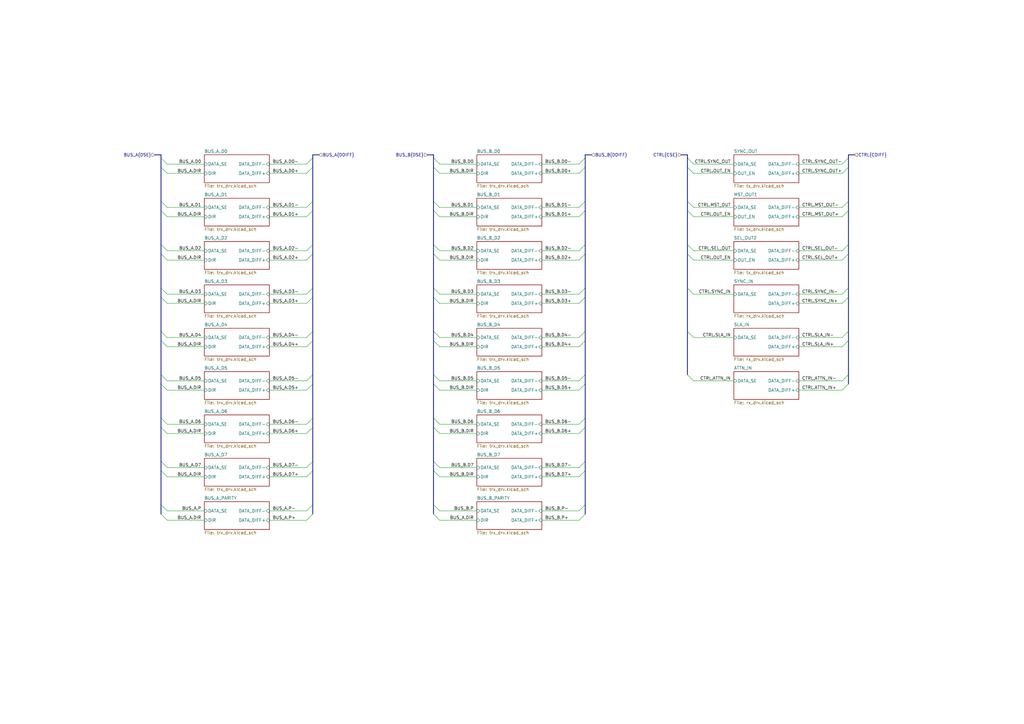
<source format=kicad_sch>
(kicad_sch (version 20230121) (generator eeschema)
  (paper "A3")
  (lib_symbols)
  (bus_alias "CDIFF" (members "SYNC_OUT+" "SYNC_OUT-" "MST_OUT+" "MST_OUT-" "SEL_OUT+" "SEL_OUT-" "SYNC_IN+" "SYNC_IN-" "SLA_IN+" "SLA_IN-" "ATTN_IN+" "ATTN_IN-"))
  (bus_alias "CSE" (members "SYNC_OUT" "MST_OUT" "SEL_OUT" "SYNC_IN" "SLA_IN" "ATTN_IN" "OUT_EN"))
  (bus_alias "DDIFF" (members "D0+" "D0-" "D1+" "D1-" "D2+" "D2-" "D3+" "D3-" "D4+" "D4-" "D5+" "D5-" "D6+" "D6-" "D7+" "D7-" "P+" "P-"))
  (bus_entry (at 347.98 104.14) (size -2.54 2.54))
  (bus_entry (at 240.03 171.45) (size -2.54 2.54))
  (bus_entry (at 281.94 64.77) (size 2.54 2.54))
  (bus_entry (at 128.27 100.33) (size -2.54 2.54))
  (bus_entry (at 281.94 86.36) (size 2.54 2.54))
  (bus_entry (at 281.94 118.11) (size 2.54 2.54))
  (bus_entry (at 281.94 100.33) (size 2.54 2.54))
  (bus_entry (at 66.04 157.48) (size 2.54 2.54))
  (bus_entry (at 347.98 118.11) (size -2.54 2.54))
  (bus_entry (at 177.8 153.67) (size 2.54 2.54))
  (bus_entry (at 177.8 171.45) (size 2.54 2.54))
  (bus_entry (at 240.03 104.14) (size -2.54 2.54))
  (bus_entry (at 128.27 104.14) (size -2.54 2.54))
  (bus_entry (at 66.04 104.14) (size 2.54 2.54))
  (bus_entry (at 240.03 153.67) (size -2.54 2.54))
  (bus_entry (at 347.98 68.58) (size -2.54 2.54))
  (bus_entry (at 240.03 64.77) (size -2.54 2.54))
  (bus_entry (at 66.04 153.67) (size 2.54 2.54))
  (bus_entry (at 240.03 82.55) (size -2.54 2.54))
  (bus_entry (at 128.27 139.7) (size -2.54 2.54))
  (bus_entry (at 66.04 118.11) (size 2.54 2.54))
  (bus_entry (at 128.27 207.01) (size -2.54 2.54))
  (bus_entry (at 177.8 210.82) (size 2.54 2.54))
  (bus_entry (at 177.8 189.23) (size 2.54 2.54))
  (bus_entry (at 177.8 157.48) (size 2.54 2.54))
  (bus_entry (at 347.98 100.33) (size -2.54 2.54))
  (bus_entry (at 177.8 139.7) (size 2.54 2.54))
  (bus_entry (at 240.03 68.58) (size -2.54 2.54))
  (bus_entry (at 240.03 210.82) (size -2.54 2.54))
  (bus_entry (at 177.8 104.14) (size 2.54 2.54))
  (bus_entry (at 66.04 68.58) (size 2.54 2.54))
  (bus_entry (at 240.03 139.7) (size -2.54 2.54))
  (bus_entry (at 128.27 189.23) (size -2.54 2.54))
  (bus_entry (at 240.03 189.23) (size -2.54 2.54))
  (bus_entry (at 177.8 207.01) (size 2.54 2.54))
  (bus_entry (at 66.04 135.89) (size 2.54 2.54))
  (bus_entry (at 177.8 100.33) (size 2.54 2.54))
  (bus_entry (at 347.98 121.92) (size -2.54 2.54))
  (bus_entry (at 128.27 175.26) (size -2.54 2.54))
  (bus_entry (at 281.94 82.55) (size 2.54 2.54))
  (bus_entry (at 240.03 193.04) (size -2.54 2.54))
  (bus_entry (at 240.03 100.33) (size -2.54 2.54))
  (bus_entry (at 66.04 193.04) (size 2.54 2.54))
  (bus_entry (at 240.03 135.89) (size -2.54 2.54))
  (bus_entry (at 347.98 135.89) (size -2.54 2.54))
  (bus_entry (at 240.03 157.48) (size -2.54 2.54))
  (bus_entry (at 128.27 118.11) (size -2.54 2.54))
  (bus_entry (at 177.8 64.77) (size 2.54 2.54))
  (bus_entry (at 347.98 153.67) (size -2.54 2.54))
  (bus_entry (at 66.04 210.82) (size 2.54 2.54))
  (bus_entry (at 281.94 153.67) (size 2.54 2.54))
  (bus_entry (at 177.8 82.55) (size 2.54 2.54))
  (bus_entry (at 240.03 175.26) (size -2.54 2.54))
  (bus_entry (at 281.94 104.14) (size 2.54 2.54))
  (bus_entry (at 177.8 121.92) (size 2.54 2.54))
  (bus_entry (at 347.98 82.55) (size -2.54 2.54))
  (bus_entry (at 240.03 118.11) (size -2.54 2.54))
  (bus_entry (at 128.27 171.45) (size -2.54 2.54))
  (bus_entry (at 177.8 135.89) (size 2.54 2.54))
  (bus_entry (at 347.98 157.48) (size -2.54 2.54))
  (bus_entry (at 177.8 68.58) (size 2.54 2.54))
  (bus_entry (at 66.04 82.55) (size 2.54 2.54))
  (bus_entry (at 66.04 189.23) (size 2.54 2.54))
  (bus_entry (at 66.04 100.33) (size 2.54 2.54))
  (bus_entry (at 347.98 64.77) (size -2.54 2.54))
  (bus_entry (at 347.98 139.7) (size -2.54 2.54))
  (bus_entry (at 128.27 86.36) (size -2.54 2.54))
  (bus_entry (at 128.27 135.89) (size -2.54 2.54))
  (bus_entry (at 66.04 207.01) (size 2.54 2.54))
  (bus_entry (at 128.27 157.48) (size -2.54 2.54))
  (bus_entry (at 128.27 153.67) (size -2.54 2.54))
  (bus_entry (at 177.8 175.26) (size 2.54 2.54))
  (bus_entry (at 66.04 175.26) (size 2.54 2.54))
  (bus_entry (at 128.27 68.58) (size -2.54 2.54))
  (bus_entry (at 66.04 171.45) (size 2.54 2.54))
  (bus_entry (at 128.27 210.82) (size -2.54 2.54))
  (bus_entry (at 128.27 193.04) (size -2.54 2.54))
  (bus_entry (at 66.04 121.92) (size 2.54 2.54))
  (bus_entry (at 128.27 82.55) (size -2.54 2.54))
  (bus_entry (at 66.04 86.36) (size 2.54 2.54))
  (bus_entry (at 66.04 64.77) (size 2.54 2.54))
  (bus_entry (at 281.94 135.89) (size 2.54 2.54))
  (bus_entry (at 177.8 118.11) (size 2.54 2.54))
  (bus_entry (at 347.98 86.36) (size -2.54 2.54))
  (bus_entry (at 240.03 121.92) (size -2.54 2.54))
  (bus_entry (at 177.8 193.04) (size 2.54 2.54))
  (bus_entry (at 177.8 86.36) (size 2.54 2.54))
  (bus_entry (at 66.04 139.7) (size 2.54 2.54))
  (bus_entry (at 128.27 64.77) (size -2.54 2.54))
  (bus_entry (at 128.27 121.92) (size -2.54 2.54))
  (bus_entry (at 240.03 86.36) (size -2.54 2.54))
  (bus_entry (at 240.03 207.01) (size -2.54 2.54))
  (bus_entry (at 281.94 68.58) (size 2.54 2.54))
  (wire (pts (xy 237.49 120.65) (xy 222.25 120.65)))
  (bus (pts (xy 240.03 82.55) (xy 240.03 86.36)))
  (bus (pts (xy 177.8 121.92) (xy 177.8 135.89)))
  (wire (pts (xy 345.44 142.24) (xy 327.66 142.24)))
  (wire (pts (xy 68.58 213.36) (xy 83.82 213.36)))
  (bus (pts (xy 177.8 207.01) (xy 177.8 210.82)))
  (wire (pts (xy 125.73 102.87) (xy 110.49 102.87)))
  (bus (pts (xy 66.04 86.36) (xy 66.04 100.33)))
  (bus (pts (xy 240.03 118.11) (xy 240.03 121.92)))
  (wire (pts (xy 180.34 177.8) (xy 195.58 177.8)))
  (wire (pts (xy 237.49 156.21) (xy 222.25 156.21)))
  (wire (pts (xy 68.58 195.58) (xy 83.82 195.58)))
  (bus (pts (xy 240.03 189.23) (xy 240.03 193.04)))
  (bus (pts (xy 347.98 82.55) (xy 347.98 86.36)))
  (bus (pts (xy 279.4 63.5) (xy 281.94 63.5)))
  (wire (pts (xy 284.48 85.09) (xy 300.99 85.09)))
  (wire (pts (xy 125.73 173.99) (xy 110.49 173.99)))
  (wire (pts (xy 125.73 138.43) (xy 110.49 138.43)))
  (wire (pts (xy 237.49 85.09) (xy 222.25 85.09)))
  (bus (pts (xy 347.98 153.67) (xy 347.98 157.48)))
  (wire (pts (xy 237.49 124.46) (xy 222.25 124.46)))
  (bus (pts (xy 240.03 139.7) (xy 240.03 153.67)))
  (wire (pts (xy 180.34 71.12) (xy 195.58 71.12)))
  (wire (pts (xy 345.44 85.09) (xy 327.66 85.09)))
  (bus (pts (xy 66.04 135.89) (xy 66.04 139.7)))
  (wire (pts (xy 68.58 177.8) (xy 83.82 177.8)))
  (bus (pts (xy 240.03 153.67) (xy 240.03 157.48)))
  (wire (pts (xy 125.73 177.8) (xy 110.49 177.8)))
  (wire (pts (xy 125.73 71.12) (xy 110.49 71.12)))
  (bus (pts (xy 66.04 153.67) (xy 66.04 157.48)))
  (wire (pts (xy 68.58 142.24) (xy 83.82 142.24)))
  (bus (pts (xy 66.04 64.77) (xy 66.04 68.58)))
  (wire (pts (xy 237.49 173.99) (xy 222.25 173.99)))
  (bus (pts (xy 66.04 207.01) (xy 66.04 210.82)))
  (bus (pts (xy 240.03 135.89) (xy 240.03 139.7)))
  (bus (pts (xy 128.27 175.26) (xy 128.27 189.23)))
  (bus (pts (xy 177.8 64.77) (xy 177.8 68.58)))
  (bus (pts (xy 175.26 63.5) (xy 177.8 63.5)))
  (bus (pts (xy 240.03 171.45) (xy 240.03 175.26)))
  (wire (pts (xy 284.48 71.12) (xy 300.99 71.12)))
  (bus (pts (xy 66.04 104.14) (xy 66.04 118.11)))
  (wire (pts (xy 68.58 124.46) (xy 83.82 124.46)))
  (wire (pts (xy 125.73 213.36) (xy 110.49 213.36)))
  (wire (pts (xy 345.44 124.46) (xy 327.66 124.46)))
  (bus (pts (xy 240.03 121.92) (xy 240.03 135.89)))
  (bus (pts (xy 128.27 63.5) (xy 128.27 64.77)))
  (bus (pts (xy 347.98 104.14) (xy 347.98 118.11)))
  (wire (pts (xy 68.58 156.21) (xy 83.82 156.21)))
  (wire (pts (xy 68.58 120.65) (xy 83.82 120.65)))
  (wire (pts (xy 68.58 173.99) (xy 83.82 173.99)))
  (bus (pts (xy 128.27 104.14) (xy 128.27 118.11)))
  (bus (pts (xy 350.52 63.5) (xy 347.98 63.5)))
  (wire (pts (xy 180.34 106.68) (xy 195.58 106.68)))
  (bus (pts (xy 281.94 86.36) (xy 281.94 100.33)))
  (wire (pts (xy 345.44 102.87) (xy 327.66 102.87)))
  (bus (pts (xy 240.03 157.48) (xy 240.03 171.45)))
  (bus (pts (xy 177.8 171.45) (xy 177.8 175.26)))
  (bus (pts (xy 63.5 63.5) (xy 66.04 63.5)))
  (bus (pts (xy 347.98 135.89) (xy 347.98 139.7)))
  (wire (pts (xy 68.58 191.77) (xy 83.82 191.77)))
  (wire (pts (xy 125.73 120.65) (xy 110.49 120.65)))
  (bus (pts (xy 128.27 118.11) (xy 128.27 121.92)))
  (wire (pts (xy 180.34 120.65) (xy 195.58 120.65)))
  (bus (pts (xy 347.98 139.7) (xy 347.98 153.67)))
  (bus (pts (xy 281.94 118.11) (xy 281.94 135.89)))
  (bus (pts (xy 281.94 100.33) (xy 281.94 104.14)))
  (wire (pts (xy 237.49 209.55) (xy 222.25 209.55)))
  (bus (pts (xy 240.03 207.01) (xy 240.03 210.82)))
  (wire (pts (xy 237.49 177.8) (xy 222.25 177.8)))
  (bus (pts (xy 66.04 100.33) (xy 66.04 104.14)))
  (bus (pts (xy 128.27 68.58) (xy 128.27 82.55)))
  (wire (pts (xy 237.49 106.68) (xy 222.25 106.68)))
  (bus (pts (xy 128.27 157.48) (xy 128.27 171.45)))
  (wire (pts (xy 125.73 106.68) (xy 110.49 106.68)))
  (bus (pts (xy 66.04 157.48) (xy 66.04 171.45)))
  (bus (pts (xy 66.04 189.23) (xy 66.04 193.04)))
  (bus (pts (xy 66.04 175.26) (xy 66.04 189.23)))
  (bus (pts (xy 240.03 175.26) (xy 240.03 189.23)))
  (wire (pts (xy 237.49 67.31) (xy 222.25 67.31)))
  (bus (pts (xy 281.94 135.89) (xy 281.94 153.67)))
  (bus (pts (xy 128.27 171.45) (xy 128.27 175.26)))
  (wire (pts (xy 180.34 124.46) (xy 195.58 124.46)))
  (wire (pts (xy 125.73 124.46) (xy 110.49 124.46)))
  (bus (pts (xy 240.03 63.5) (xy 240.03 64.77)))
  (wire (pts (xy 284.48 102.87) (xy 300.99 102.87)))
  (wire (pts (xy 180.34 138.43) (xy 195.58 138.43)))
  (wire (pts (xy 345.44 138.43) (xy 327.66 138.43)))
  (bus (pts (xy 66.04 118.11) (xy 66.04 121.92)))
  (wire (pts (xy 237.49 71.12) (xy 222.25 71.12)))
  (bus (pts (xy 66.04 82.55) (xy 66.04 86.36)))
  (bus (pts (xy 281.94 104.14) (xy 281.94 118.11)))
  (bus (pts (xy 128.27 100.33) (xy 128.27 104.14)))
  (bus (pts (xy 130.81 63.5) (xy 128.27 63.5)))
  (bus (pts (xy 128.27 82.55) (xy 128.27 86.36)))
  (bus (pts (xy 177.8 193.04) (xy 177.8 207.01)))
  (wire (pts (xy 237.49 191.77) (xy 222.25 191.77)))
  (bus (pts (xy 177.8 175.26) (xy 177.8 189.23)))
  (wire (pts (xy 180.34 160.02) (xy 195.58 160.02)))
  (bus (pts (xy 240.03 104.14) (xy 240.03 118.11)))
  (bus (pts (xy 240.03 68.58) (xy 240.03 82.55)))
  (wire (pts (xy 284.48 106.68) (xy 300.99 106.68)))
  (wire (pts (xy 180.34 213.36) (xy 195.58 213.36)))
  (bus (pts (xy 347.98 68.58) (xy 347.98 82.55)))
  (wire (pts (xy 68.58 138.43) (xy 83.82 138.43)))
  (wire (pts (xy 125.73 160.02) (xy 110.49 160.02)))
  (bus (pts (xy 242.57 63.5) (xy 240.03 63.5)))
  (wire (pts (xy 345.44 71.12) (xy 327.66 71.12)))
  (bus (pts (xy 281.94 64.77) (xy 281.94 68.58)))
  (bus (pts (xy 66.04 193.04) (xy 66.04 207.01)))
  (wire (pts (xy 284.48 120.65) (xy 300.99 120.65)))
  (wire (pts (xy 125.73 191.77) (xy 110.49 191.77)))
  (wire (pts (xy 237.49 160.02) (xy 222.25 160.02)))
  (bus (pts (xy 177.8 63.5) (xy 177.8 64.77)))
  (wire (pts (xy 180.34 102.87) (xy 195.58 102.87)))
  (bus (pts (xy 177.8 153.67) (xy 177.8 157.48)))
  (bus (pts (xy 177.8 82.55) (xy 177.8 86.36)))
  (wire (pts (xy 237.49 102.87) (xy 222.25 102.87)))
  (wire (pts (xy 237.49 195.58) (xy 222.25 195.58)))
  (bus (pts (xy 347.98 118.11) (xy 347.98 121.92)))
  (wire (pts (xy 180.34 156.21) (xy 195.58 156.21)))
  (wire (pts (xy 180.34 142.24) (xy 195.58 142.24)))
  (wire (pts (xy 180.34 173.99) (xy 195.58 173.99)))
  (bus (pts (xy 128.27 121.92) (xy 128.27 135.89)))
  (wire (pts (xy 237.49 138.43) (xy 222.25 138.43)))
  (bus (pts (xy 128.27 153.67) (xy 128.27 157.48)))
  (bus (pts (xy 128.27 86.36) (xy 128.27 100.33)))
  (bus (pts (xy 66.04 68.58) (xy 66.04 82.55)))
  (bus (pts (xy 66.04 63.5) (xy 66.04 64.77)))
  (wire (pts (xy 125.73 209.55) (xy 110.49 209.55)))
  (bus (pts (xy 177.8 104.14) (xy 177.8 118.11)))
  (bus (pts (xy 177.8 86.36) (xy 177.8 100.33)))
  (wire (pts (xy 68.58 67.31) (xy 83.82 67.31)))
  (wire (pts (xy 180.34 195.58) (xy 195.58 195.58)))
  (bus (pts (xy 128.27 135.89) (xy 128.27 139.7)))
  (wire (pts (xy 237.49 213.36) (xy 222.25 213.36)))
  (wire (pts (xy 180.34 88.9) (xy 195.58 88.9)))
  (bus (pts (xy 281.94 68.58) (xy 281.94 82.55)))
  (bus (pts (xy 128.27 139.7) (xy 128.27 153.67)))
  (wire (pts (xy 68.58 102.87) (xy 83.82 102.87)))
  (wire (pts (xy 345.44 106.68) (xy 327.66 106.68)))
  (bus (pts (xy 66.04 121.92) (xy 66.04 135.89)))
  (wire (pts (xy 345.44 88.9) (xy 327.66 88.9)))
  (bus (pts (xy 347.98 64.77) (xy 347.98 68.58)))
  (wire (pts (xy 68.58 71.12) (xy 83.82 71.12)))
  (bus (pts (xy 347.98 63.5) (xy 347.98 64.77)))
  (bus (pts (xy 177.8 100.33) (xy 177.8 104.14)))
  (wire (pts (xy 284.48 138.43) (xy 300.99 138.43)))
  (bus (pts (xy 66.04 139.7) (xy 66.04 153.67)))
  (wire (pts (xy 125.73 85.09) (xy 110.49 85.09)))
  (bus (pts (xy 177.8 189.23) (xy 177.8 193.04)))
  (wire (pts (xy 125.73 156.21) (xy 110.49 156.21)))
  (wire (pts (xy 237.49 88.9) (xy 222.25 88.9)))
  (wire (pts (xy 68.58 88.9) (xy 83.82 88.9)))
  (bus (pts (xy 347.98 86.36) (xy 347.98 100.33)))
  (bus (pts (xy 347.98 100.33) (xy 347.98 104.14)))
  (bus (pts (xy 347.98 121.92) (xy 347.98 135.89)))
  (wire (pts (xy 125.73 67.31) (xy 110.49 67.31)))
  (wire (pts (xy 68.58 160.02) (xy 83.82 160.02)))
  (wire (pts (xy 345.44 120.65) (xy 327.66 120.65)))
  (bus (pts (xy 66.04 171.45) (xy 66.04 175.26)))
  (bus (pts (xy 128.27 207.01) (xy 128.27 210.82)))
  (wire (pts (xy 125.73 142.24) (xy 110.49 142.24)))
  (bus (pts (xy 177.8 68.58) (xy 177.8 82.55)))
  (wire (pts (xy 68.58 106.68) (xy 83.82 106.68)))
  (bus (pts (xy 240.03 193.04) (xy 240.03 207.01)))
  (bus (pts (xy 240.03 64.77) (xy 240.03 68.58)))
  (wire (pts (xy 180.34 191.77) (xy 195.58 191.77)))
  (wire (pts (xy 68.58 85.09) (xy 83.82 85.09)))
  (wire (pts (xy 125.73 195.58) (xy 110.49 195.58)))
  (wire (pts (xy 345.44 67.31) (xy 327.66 67.31)))
  (bus (pts (xy 128.27 64.77) (xy 128.27 68.58)))
  (wire (pts (xy 180.34 85.09) (xy 195.58 85.09)))
  (bus (pts (xy 128.27 189.23) (xy 128.27 193.04)))
  (wire (pts (xy 284.48 156.21) (xy 300.99 156.21)))
  (wire (pts (xy 180.34 67.31) (xy 195.58 67.31)))
  (wire (pts (xy 237.49 142.24) (xy 222.25 142.24)))
  (wire (pts (xy 125.73 88.9) (xy 110.49 88.9)))
  (bus (pts (xy 177.8 118.11) (xy 177.8 121.92)))
  (bus (pts (xy 177.8 135.89) (xy 177.8 139.7)))
  (bus (pts (xy 240.03 100.33) (xy 240.03 104.14)))
  (wire (pts (xy 345.44 156.21) (xy 327.66 156.21)))
  (wire (pts (xy 180.34 209.55) (xy 195.58 209.55)))
  (bus (pts (xy 177.8 157.48) (xy 177.8 171.45)))
  (bus (pts (xy 177.8 139.7) (xy 177.8 153.67)))
  (bus (pts (xy 281.94 82.55) (xy 281.94 86.36)))
  (wire (pts (xy 284.48 88.9) (xy 300.99 88.9)))
  (bus (pts (xy 281.94 63.5) (xy 281.94 64.77)))
  (bus (pts (xy 128.27 193.04) (xy 128.27 207.01)))
  (wire (pts (xy 284.48 67.31) (xy 300.99 67.31)))
  (wire (pts (xy 345.44 160.02) (xy 327.66 160.02)))
  (wire (pts (xy 68.58 209.55) (xy 83.82 209.55)))
  (bus (pts (xy 240.03 86.36) (xy 240.03 100.33)))
  (label "BUS_B.D2+" (at 223.52 106.68 0))
  (label "BUS_A.D1" (at 82.55 85.09 180))
  (label "BUS_B.D1-" (at 223.52 85.09 0))
  (label "BUS_A.DIR" (at 82.55 124.46 180))
  (label "BUS_A.D0+" (at 111.76 71.12 0))
  (label "BUS_B.P" (at 194.31 209.55 180))
  (label "BUS_A.DIR" (at 82.55 71.12 180))
  (label "BUS_B.D2" (at 194.31 102.87 180))
  (label "BUS_B.DIR" (at 194.31 124.46 180))
  (label "BUS_B.D7-" (at 223.52 191.77 0))
  (label "BUS_B.DIR" (at 194.31 71.12 180))
  (label "BUS_B.D3-" (at 223.52 120.65 0))
  (label "BUS_A.D6" (at 82.55 173.99 180))
  (label "BUS_A.D1+" (at 111.76 88.9 0))
  (label "BUS_A.DIR" (at 82.55 213.36 180))
  (label "BUS_A.D1-" (at 111.76 85.09 0))
  (label "CTRL.SYNC_OUT" (at 299.72 67.31 180))
  (label "BUS_A.DIR" (at 82.55 142.24 180))
  (label "BUS_A.D2-" (at 111.76 102.87 0))
  (label "BUS_B.D1" (at 194.31 85.09 180))
  (label "BUS_B.D5-" (at 223.52 156.21 0))
  (label "BUS_B.P-" (at 223.52 209.55 0))
  (label "BUS_A.P-" (at 111.76 209.55 0))
  (label "BUS_B.DIR" (at 194.31 142.24 180))
  (label "BUS_A.D7" (at 82.55 191.77 180))
  (label "BUS_B.DIR" (at 194.31 88.9 180))
  (label "BUS_A.DIR" (at 82.55 177.8 180))
  (label "BUS_B.D7+" (at 223.52 195.58 0))
  (label "CTRL.SLA_IN" (at 299.72 138.43 180))
  (label "CTRL.MST_OUT" (at 299.72 85.09 180))
  (label "BUS_B.D3" (at 194.31 120.65 180))
  (label "BUS_A.D4" (at 82.55 138.43 180))
  (label "BUS_B.D6-" (at 223.52 173.99 0))
  (label "BUS_B.DIR" (at 194.31 195.58 180))
  (label "CTRL.ATTN_IN+" (at 328.93 160.02 0))
  (label "BUS_B.D2-" (at 223.52 102.87 0))
  (label "CTRL.SYNC_OUT-" (at 328.93 67.31 0))
  (label "BUS_B.D6+" (at 223.52 177.8 0))
  (label "BUS_B.D1+" (at 223.52 88.9 0))
  (label "BUS_B.D5+" (at 223.52 160.02 0))
  (label "BUS_B.D5" (at 194.31 156.21 180))
  (label "BUS_B.D3+" (at 223.52 124.46 0))
  (label "CTRL.SLA_IN+" (at 328.93 142.24 0))
  (label "BUS_B.D4-" (at 223.52 138.43 0))
  (label "BUS_B.P+" (at 223.52 213.36 0))
  (label "CTRL.OUT_EN" (at 299.72 88.9 180))
  (label "BUS_A.P+" (at 111.76 213.36 0))
  (label "BUS_A.D4+" (at 111.76 142.24 0))
  (label "BUS_B.D4" (at 194.31 138.43 180))
  (label "CTRL.SYNC_IN" (at 299.72 120.65 180))
  (label "BUS_A.D5" (at 82.55 156.21 180))
  (label "BUS_A.D5-" (at 111.76 156.21 0))
  (label "BUS_B.DIR" (at 194.31 177.8 180))
  (label "CTRL.SLA_IN-" (at 328.93 138.43 0))
  (label "CTRL.SEL_OUT-" (at 328.93 102.87 0))
  (label "BUS_A.DIR" (at 82.55 88.9 180))
  (label "CTRL.MST_OUT-" (at 328.93 85.09 0))
  (label "BUS_A.D2" (at 82.55 102.87 180))
  (label "BUS_A.D3" (at 82.55 120.65 180))
  (label "BUS_A.DIR" (at 194.31 213.36 180))
  (label "BUS_A.DIR" (at 82.55 106.68 180))
  (label "BUS_A.D0" (at 82.55 67.31 180))
  (label "CTRL.ATTN_IN-" (at 328.93 156.21 0))
  (label "BUS_B.D7" (at 194.31 191.77 180))
  (label "BUS_B.D0-" (at 223.52 67.31 0))
  (label "CTRL.OUT_EN" (at 299.72 106.68 180))
  (label "BUS_A.D7+" (at 111.76 195.58 0))
  (label "BUS_A.D2+" (at 111.76 106.68 0))
  (label "CTRL.SYNC_IN-" (at 328.93 120.65 0))
  (label "BUS_B.DIR" (at 194.31 106.68 180))
  (label "CTRL.ATTN_IN" (at 299.72 156.21 180))
  (label "BUS_A.D7-" (at 111.76 191.77 0))
  (label "BUS_A.D6+" (at 111.76 177.8 0))
  (label "CTRL.SEL_OUT+" (at 328.93 106.68 0))
  (label "CTRL.SEL_OUT" (at 299.72 102.87 180))
  (label "BUS_B.DIR" (at 194.31 160.02 180))
  (label "CTRL.SYNC_IN+" (at 328.93 124.46 0))
  (label "BUS_B.D4+" (at 223.52 142.24 0))
  (label "BUS_A.D3+" (at 111.76 124.46 0))
  (label "BUS_A.DIR" (at 82.55 160.02 180))
  (label "CTRL.OUT_EN" (at 299.72 71.12 180))
  (label "BUS_A.D5+" (at 111.76 160.02 0))
  (label "BUS_B.D0+" (at 223.52 71.12 0))
  (label "BUS_A.P" (at 82.55 209.55 180))
  (label "BUS_A.D3-" (at 111.76 120.65 0))
  (label "CTRL.SYNC_OUT+" (at 328.93 71.12 0))
  (label "BUS_A.D4-" (at 111.76 138.43 0))
  (label "BUS_A.D0-" (at 111.76 67.31 0))
  (label "BUS_B.D6" (at 194.31 173.99 180))
  (label "BUS_A.D6-" (at 111.76 173.99 0))
  (label "BUS_A.DIR" (at 82.55 195.58 180))
  (label "BUS_B.D0" (at 194.31 67.31 180))
  (label "CTRL.MST_OUT+" (at 328.93 88.9 0))
  (hierarchical_label "BUS_B{DSE}" (shape input) (at 175.26 63.5 180))
  (hierarchical_label "CTRL{CDIFF}" (shape input) (at 350.52 63.5 0))
  (hierarchical_label "BUS_A{DSE}" (shape input) (at 63.5 63.5 180))
  (hierarchical_label "CTRL{CSE}" (shape input) (at 279.4 63.5 180))
  (hierarchical_label "BUS_B{DDIFF}" (shape input) (at 242.57 63.5 0))
  (hierarchical_label "BUS_A{DDIFF}" (shape input) (at 130.81 63.5 0))
  (sheet (at 83.82 187.96) (size 26.67 11.43) (stroke (width 0.1524))
    (property "Sheetname" "BUS_A_D7" (at 83.82 187.2484 0) (effects (justify left bottom)))
    (property "Sheetfile" "trx_drv.kicad_sch" (at 83.82 199.9746 0) (effects (justify left top)))
    (pin "DATA_DIFF+" input (at 110.49 195.58 0))
    (pin "DATA_DIFF-" input (at 110.49 191.77 0))
    (pin "DATA_SE" input (at 83.82 191.77 180))
    (pin "DIR" input (at 83.82 195.58 180))
  )
  (sheet (at 300.99 99.06) (size 26.67 11.43) (stroke (width 0.1524))
    (property "Sheetname" "SEL_OUT2" (at 300.99 98.3484 0) (effects (justify left bottom)))
    (property "Sheetfile" "tx_drv.kicad_sch" (at 300.99 111.0746 0) (effects (justify left top)))
    (pin "DATA_DIFF+" input (at 327.66 106.68 0))
    (pin "DATA_DIFF-" input (at 327.66 102.87 0))
    (pin "DATA_SE" input (at 300.99 102.87 180))
    (pin "OUT_EN" input (at 300.99 106.68 180))
  )
  (sheet (at 195.58 116.84) (size 26.67 11.43) (stroke (width 0.1524))
    (property "Sheetname" "BUS_B_D3" (at 195.58 116.1284 0) (effects (justify left bottom)))
    (property "Sheetfile" "trx_drv.kicad_sch" (at 195.58 128.8546 0) (effects (justify left top)))
    (pin "DATA_DIFF+" input (at 222.25 124.46 0))
    (pin "DATA_DIFF-" input (at 222.25 120.65 0))
    (pin "DATA_SE" input (at 195.58 120.65 180))
    (pin "DIR" input (at 195.58 124.46 180))
  )
  (sheet (at 195.58 170.18) (size 26.67 11.43) (stroke (width 0.1524))
    (property "Sheetname" "BUS_B_D6" (at 195.58 169.4684 0) (effects (justify left bottom)))
    (property "Sheetfile" "trx_drv.kicad_sch" (at 195.58 182.1946 0) (effects (justify left top)))
    (pin "DATA_DIFF+" input (at 222.25 177.8 0))
    (pin "DATA_DIFF-" input (at 222.25 173.99 0))
    (pin "DATA_SE" input (at 195.58 173.99 180))
    (pin "DIR" input (at 195.58 177.8 180))
  )
  (sheet (at 195.58 134.62) (size 26.67 11.43) (stroke (width 0.1524))
    (property "Sheetname" "BUS_B_D4" (at 195.58 133.9084 0) (effects (justify left bottom)))
    (property "Sheetfile" "trx_drv.kicad_sch" (at 195.58 146.6346 0) (effects (justify left top)))
    (pin "DATA_DIFF+" input (at 222.25 142.24 0))
    (pin "DATA_DIFF-" input (at 222.25 138.43 0))
    (pin "DATA_SE" input (at 195.58 138.43 180))
    (pin "DIR" input (at 195.58 142.24 180))
  )
  (sheet (at 195.58 205.74) (size 26.67 11.43) (stroke (width 0.1524))
    (property "Sheetname" "BUS_B_PARITY" (at 195.58 205.0284 0) (effects (justify left bottom)))
    (property "Sheetfile" "trx_drv.kicad_sch" (at 195.58 217.7546 0) (effects (justify left top)))
    (pin "DATA_DIFF+" input (at 222.25 213.36 0))
    (pin "DATA_DIFF-" input (at 222.25 209.55 0))
    (pin "DATA_SE" input (at 195.58 209.55 180))
    (pin "DIR" input (at 195.58 213.36 180))
  )
  (sheet (at 83.82 99.06) (size 26.67 11.43) (stroke (width 0.1524))
    (property "Sheetname" "BUS_A_D2" (at 83.82 98.3484 0) (effects (justify left bottom)))
    (property "Sheetfile" "trx_drv.kicad_sch" (at 83.82 111.0746 0) (effects (justify left top)))
    (pin "DATA_DIFF+" input (at 110.49 106.68 0))
    (pin "DATA_DIFF-" input (at 110.49 102.87 0))
    (pin "DATA_SE" input (at 83.82 102.87 180))
    (pin "DIR" input (at 83.82 106.68 180))
  )
  (sheet (at 195.58 187.96) (size 26.67 11.43) (stroke (width 0.1524))
    (property "Sheetname" "BUS_B_D7" (at 195.58 187.2484 0) (effects (justify left bottom)))
    (property "Sheetfile" "trx_drv.kicad_sch" (at 195.58 199.9746 0) (effects (justify left top)))
    (pin "DATA_DIFF+" input (at 222.25 195.58 0))
    (pin "DATA_DIFF-" input (at 222.25 191.77 0))
    (pin "DATA_SE" input (at 195.58 191.77 180))
    (pin "DIR" input (at 195.58 195.58 180))
  )
  (sheet (at 195.58 99.06) (size 26.67 11.43) (stroke (width 0.1524))
    (property "Sheetname" "BUS_B_D2" (at 195.58 98.3484 0) (effects (justify left bottom)))
    (property "Sheetfile" "trx_drv.kicad_sch" (at 195.58 111.0746 0) (effects (justify left top)))
    (pin "DATA_DIFF+" input (at 222.25 106.68 0))
    (pin "DATA_DIFF-" input (at 222.25 102.87 0))
    (pin "DATA_SE" input (at 195.58 102.87 180))
    (pin "DIR" input (at 195.58 106.68 180))
  )
  (sheet (at 83.82 81.28) (size 26.67 11.43) (stroke (width 0.1524))
    (property "Sheetname" "BUS_A_D1" (at 83.82 80.5684 0) (effects (justify left bottom)))
    (property "Sheetfile" "trx_drv.kicad_sch" (at 83.82 93.2946 0) (effects (justify left top)))
    (pin "DATA_DIFF+" input (at 110.49 88.9 0))
    (pin "DATA_DIFF-" input (at 110.49 85.09 0))
    (pin "DATA_SE" input (at 83.82 85.09 180))
    (pin "DIR" input (at 83.82 88.9 180))
  )
  (sheet (at 83.82 152.4) (size 26.67 11.43) (stroke (width 0.1524))
    (property "Sheetname" "BUS_A_D5" (at 83.82 151.6884 0) (effects (justify left bottom)))
    (property "Sheetfile" "trx_drv.kicad_sch" (at 83.82 164.4146 0) (effects (justify left top)))
    (pin "DATA_DIFF+" input (at 110.49 160.02 0))
    (pin "DATA_DIFF-" input (at 110.49 156.21 0))
    (pin "DATA_SE" input (at 83.82 156.21 180))
    (pin "DIR" input (at 83.82 160.02 180))
  )
  (sheet (at 195.58 81.28) (size 26.67 11.43) (stroke (width 0.1524))
    (property "Sheetname" "BUS_B_D1" (at 195.58 80.5684 0) (effects (justify left bottom)))
    (property "Sheetfile" "trx_drv.kicad_sch" (at 195.58 93.2946 0) (effects (justify left top)))
    (pin "DATA_DIFF+" input (at 222.25 88.9 0))
    (pin "DATA_DIFF-" input (at 222.25 85.09 0))
    (pin "DATA_SE" input (at 195.58 85.09 180))
    (pin "DIR" input (at 195.58 88.9 180))
  )
  (sheet (at 300.99 152.4) (size 26.67 11.43) (stroke (width 0.1524))
    (property "Sheetname" "ATTN_IN" (at 300.99 151.6884 0) (effects (justify left bottom)))
    (property "Sheetfile" "rx_drv.kicad_sch" (at 300.99 164.4146 0) (effects (justify left top)))
    (pin "DATA_DIFF+" input (at 327.66 160.02 0))
    (pin "DATA_DIFF-" input (at 327.66 156.21 0))
    (pin "DATA_SE" input (at 300.99 156.21 180))
  )
  (sheet (at 195.58 152.4) (size 26.67 11.43) (stroke (width 0.1524))
    (property "Sheetname" "BUS_B_D5" (at 195.58 151.6884 0) (effects (justify left bottom)))
    (property "Sheetfile" "trx_drv.kicad_sch" (at 195.58 164.4146 0) (effects (justify left top)))
    (pin "DATA_DIFF+" input (at 222.25 160.02 0))
    (pin "DATA_DIFF-" input (at 222.25 156.21 0))
    (pin "DATA_SE" input (at 195.58 156.21 180))
    (pin "DIR" input (at 195.58 160.02 180))
  )
  (sheet (at 83.82 116.84) (size 26.67 11.43) (stroke (width 0.1524))
    (property "Sheetname" "BUS_A_D3" (at 83.82 116.1284 0) (effects (justify left bottom)))
    (property "Sheetfile" "trx_drv.kicad_sch" (at 83.82 128.8546 0) (effects (justify left top)))
    (pin "DATA_DIFF+" input (at 110.49 124.46 0))
    (pin "DATA_DIFF-" input (at 110.49 120.65 0))
    (pin "DATA_SE" input (at 83.82 120.65 180))
    (pin "DIR" input (at 83.82 124.46 180))
  )
  (sheet (at 83.82 63.5) (size 26.67 11.43) (stroke (width 0.1524))
    (property "Sheetname" "BUS_A_D0" (at 83.82 62.7884 0) (effects (justify left bottom)))
    (property "Sheetfile" "trx_drv.kicad_sch" (at 83.82 75.5146 0) (effects (justify left top)))
    (pin "DATA_DIFF+" input (at 110.49 71.12 0))
    (pin "DATA_DIFF-" input (at 110.49 67.31 0))
    (pin "DATA_SE" input (at 83.82 67.31 180))
    (pin "DIR" input (at 83.82 71.12 180))
  )
  (sheet (at 195.58 63.5) (size 26.67 11.43) (stroke (width 0.1524))
    (property "Sheetname" "BUS_B_D0" (at 195.58 62.7884 0) (effects (justify left bottom)))
    (property "Sheetfile" "trx_drv.kicad_sch" (at 195.58 75.5146 0) (effects (justify left top)))
    (pin "DATA_DIFF+" input (at 222.25 71.12 0))
    (pin "DATA_DIFF-" input (at 222.25 67.31 0))
    (pin "DATA_SE" input (at 195.58 67.31 180))
    (pin "DIR" input (at 195.58 71.12 180))
  )
  (sheet (at 300.99 63.5) (size 26.67 11.43) (stroke (width 0.1524))
    (property "Sheetname" "SYNC_OUT" (at 300.99 62.7884 0) (effects (justify left bottom)))
    (property "Sheetfile" "tx_drv.kicad_sch" (at 300.99 75.5146 0) (effects (justify left top)))
    (pin "DATA_DIFF+" input (at 327.66 71.12 0))
    (pin "DATA_DIFF-" input (at 327.66 67.31 0))
    (pin "DATA_SE" input (at 300.99 67.31 180))
    (pin "OUT_EN" input (at 300.99 71.12 180))
  )
  (sheet (at 83.82 170.18) (size 26.67 11.43) (stroke (width 0.1524))
    (property "Sheetname" "BUS_A_D6" (at 83.82 169.4684 0) (effects (justify left bottom)))
    (property "Sheetfile" "trx_drv.kicad_sch" (at 83.82 182.1946 0) (effects (justify left top)))
    (pin "DATA_DIFF+" input (at 110.49 177.8 0))
    (pin "DATA_DIFF-" input (at 110.49 173.99 0))
    (pin "DATA_SE" input (at 83.82 173.99 180))
    (pin "DIR" input (at 83.82 177.8 180))
  )
  (sheet (at 300.99 81.28) (size 26.67 11.43) (stroke (width 0.1524))
    (property "Sheetname" "MST_OUT1" (at 300.99 80.5684 0) (effects (justify left bottom)))
    (property "Sheetfile" "tx_drv.kicad_sch" (at 300.99 93.2946 0) (effects (justify left top)))
    (pin "DATA_DIFF+" input (at 327.66 88.9 0))
    (pin "DATA_DIFF-" input (at 327.66 85.09 0))
    (pin "DATA_SE" input (at 300.99 85.09 180))
    (pin "OUT_EN" input (at 300.99 88.9 180))
  )
  (sheet (at 83.82 134.62) (size 26.67 11.43) (stroke (width 0.1524))
    (property "Sheetname" "BUS_A_D4" (at 83.82 133.9084 0) (effects (justify left bottom)))
    (property "Sheetfile" "trx_drv.kicad_sch" (at 83.82 146.6346 0) (effects (justify left top)))
    (pin "DATA_DIFF+" input (at 110.49 142.24 0))
    (pin "DATA_DIFF-" input (at 110.49 138.43 0))
    (pin "DATA_SE" input (at 83.82 138.43 180))
    (pin "DIR" input (at 83.82 142.24 180))
  )
  (sheet (at 300.99 116.84) (size 26.67 11.43) (stroke (width 0.1524))
    (property "Sheetname" "SYNC_IN" (at 300.99 116.1284 0) (effects (justify left bottom)))
    (property "Sheetfile" "rx_drv.kicad_sch" (at 300.99 128.8546 0) (effects (justify left top)))
    (pin "DATA_DIFF+" input (at 327.66 124.46 0))
    (pin "DATA_DIFF-" input (at 327.66 120.65 0))
    (pin "DATA_SE" input (at 300.99 120.65 180))
  )
  (sheet (at 300.99 134.62) (size 26.67 11.43) (stroke (width 0.1524))
    (property "Sheetname" "SLA_IN" (at 300.99 133.9084 0) (effects (justify left bottom)))
    (property "Sheetfile" "rx_drv.kicad_sch" (at 300.99 146.6346 0) (effects (justify left top)))
    (pin "DATA_DIFF+" input (at 327.66 142.24 0))
    (pin "DATA_DIFF-" input (at 327.66 138.43 0))
    (pin "DATA_SE" input (at 300.99 138.43 180))
  )
  (sheet (at 83.82 205.74) (size 26.67 11.43) (stroke (width 0.1524))
    (property "Sheetname" "BUS_A_PARITY" (at 83.82 205.0284 0) (effects (justify left bottom)))
    (property "Sheetfile" "trx_drv.kicad_sch" (at 83.82 217.7546 0) (effects (justify left top)))
    (pin "DATA_DIFF+" input (at 110.49 213.36 0))
    (pin "DATA_DIFF-" input (at 110.49 209.55 0))
    (pin "DATA_SE" input (at 83.82 209.55 180))
    (pin "DIR" input (at 83.82 213.36 180))
  )
)
</source>
